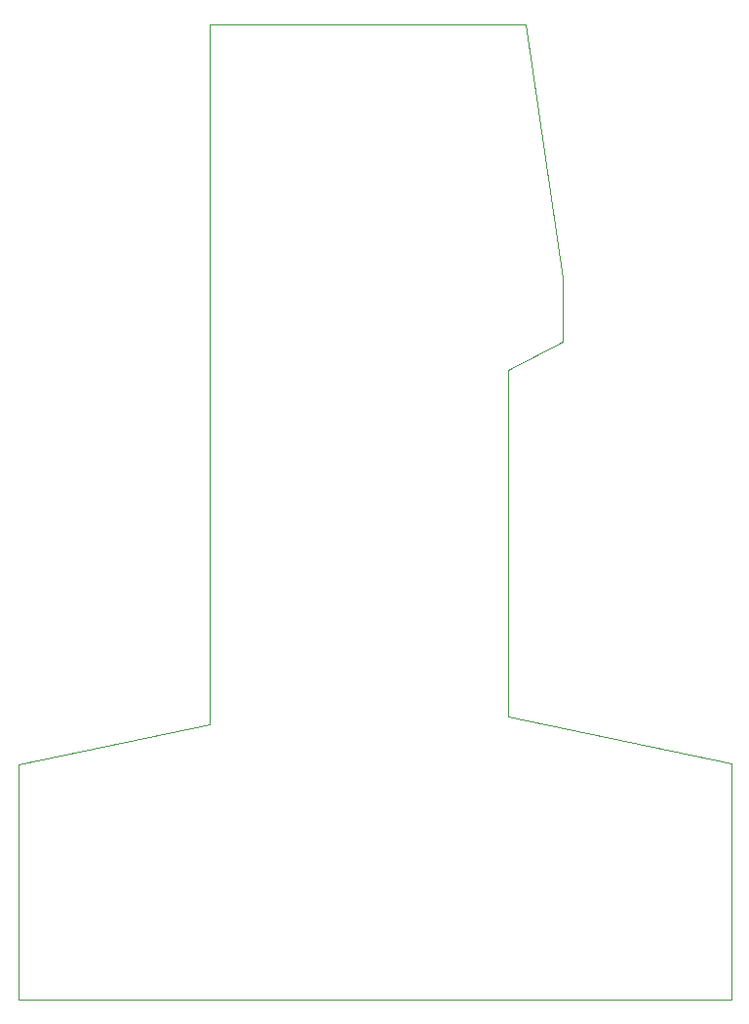
<source format=gbp>
G04 #@! TF.GenerationSoftware,KiCad,Pcbnew,9.0.2*
G04 #@! TF.CreationDate,2025-07-01T11:42:46-07:00*
G04 #@! TF.ProjectId,osu_keypad,6f73755f-6b65-4797-9061-642e6b696361,rev?*
G04 #@! TF.SameCoordinates,Original*
G04 #@! TF.FileFunction,Paste,Bot*
G04 #@! TF.FilePolarity,Positive*
%FSLAX46Y46*%
G04 Gerber Fmt 4.6, Leading zero omitted, Abs format (unit mm)*
G04 Created by KiCad (PCBNEW 9.0.2) date 2025-07-01 11:42:46*
%MOMM*%
%LPD*%
G01*
G04 APERTURE LIST*
G04 #@! TA.AperFunction,Profile*
%ADD10C,0.050000*%
G04 #@! TD*
G04 APERTURE END LIST*
D10*
X129425000Y-95405000D02*
X134165000Y-92945000D01*
X103584375Y-65484375D02*
X103584375Y-126206250D01*
X129435000Y-125465000D02*
X129425000Y-95405000D01*
X86915625Y-150018750D02*
X148828125Y-150018750D01*
X134165000Y-87495000D02*
X130968750Y-65484375D01*
X86925000Y-129625000D02*
X103584375Y-126206250D01*
X148828125Y-150018750D02*
X148828125Y-129525000D01*
X86915625Y-150018750D02*
X86925000Y-129625000D01*
X134165000Y-92945000D02*
X134165000Y-87495000D01*
X130968750Y-65484375D02*
X103584375Y-65484375D01*
X148828125Y-129525000D02*
X129435000Y-125465000D01*
M02*

</source>
